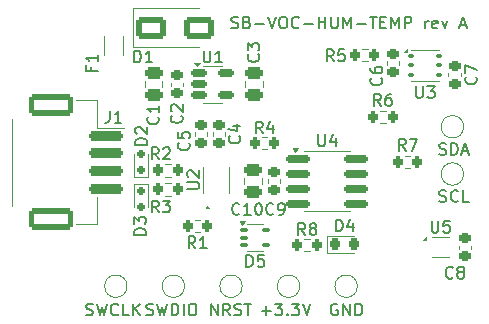
<source format=gbr>
G04 #@! TF.GenerationSoftware,KiCad,Pcbnew,8.0.2*
G04 #@! TF.CreationDate,2024-05-05T20:12:28+02:00*
G04 #@! TF.ProjectId,sensor_board_voc_temp,73656e73-6f72-45f6-926f-6172645f766f,A*
G04 #@! TF.SameCoordinates,Original*
G04 #@! TF.FileFunction,Legend,Top*
G04 #@! TF.FilePolarity,Positive*
%FSLAX46Y46*%
G04 Gerber Fmt 4.6, Leading zero omitted, Abs format (unit mm)*
G04 Created by KiCad (PCBNEW 8.0.2) date 2024-05-05 20:12:28*
%MOMM*%
%LPD*%
G01*
G04 APERTURE LIST*
G04 Aperture macros list*
%AMRoundRect*
0 Rectangle with rounded corners*
0 $1 Rounding radius*
0 $2 $3 $4 $5 $6 $7 $8 $9 X,Y pos of 4 corners*
0 Add a 4 corners polygon primitive as box body*
4,1,4,$2,$3,$4,$5,$6,$7,$8,$9,$2,$3,0*
0 Add four circle primitives for the rounded corners*
1,1,$1+$1,$2,$3*
1,1,$1+$1,$4,$5*
1,1,$1+$1,$6,$7*
1,1,$1+$1,$8,$9*
0 Add four rect primitives between the rounded corners*
20,1,$1+$1,$2,$3,$4,$5,0*
20,1,$1+$1,$4,$5,$6,$7,0*
20,1,$1+$1,$6,$7,$8,$9,0*
20,1,$1+$1,$8,$9,$2,$3,0*%
%AMOutline5P*
0 Free polygon, 5 corners , with rotation*
0 The origin of the aperture is its center*
0 number of corners: always 5*
0 $1 to $10 corner X, Y*
0 $11 Rotation angle, in degrees counterclockwise*
0 create outline with 5 corners*
4,1,5,$1,$2,$3,$4,$5,$6,$7,$8,$9,$10,$1,$2,$11*%
%AMOutline6P*
0 Free polygon, 6 corners , with rotation*
0 The origin of the aperture is its center*
0 number of corners: always 6*
0 $1 to $12 corner X, Y*
0 $13 Rotation angle, in degrees counterclockwise*
0 create outline with 6 corners*
4,1,6,$1,$2,$3,$4,$5,$6,$7,$8,$9,$10,$11,$12,$1,$2,$13*%
%AMOutline7P*
0 Free polygon, 7 corners , with rotation*
0 The origin of the aperture is its center*
0 number of corners: always 7*
0 $1 to $14 corner X, Y*
0 $15 Rotation angle, in degrees counterclockwise*
0 create outline with 7 corners*
4,1,7,$1,$2,$3,$4,$5,$6,$7,$8,$9,$10,$11,$12,$13,$14,$1,$2,$15*%
%AMOutline8P*
0 Free polygon, 8 corners , with rotation*
0 The origin of the aperture is its center*
0 number of corners: always 8*
0 $1 to $16 corner X, Y*
0 $17 Rotation angle, in degrees counterclockwise*
0 create outline with 8 corners*
4,1,8,$1,$2,$3,$4,$5,$6,$7,$8,$9,$10,$11,$12,$13,$14,$15,$16,$1,$2,$17*%
G04 Aperture macros list end*
%ADD10C,0.150000*%
%ADD11C,0.120000*%
%ADD12RoundRect,0.200000X-1.250000X0.200000X-1.250000X-0.200000X1.250000X-0.200000X1.250000X0.200000X0*%
%ADD13RoundRect,0.250000X-1.650000X0.650000X-1.650000X-0.650000X1.650000X-0.650000X1.650000X0.650000X0*%
%ADD14RoundRect,0.250000X-1.000000X-0.650000X1.000000X-0.650000X1.000000X0.650000X-1.000000X0.650000X0*%
%ADD15RoundRect,0.200000X-0.200000X-0.275000X0.200000X-0.275000X0.200000X0.275000X-0.200000X0.275000X0*%
%ADD16C,1.500000*%
%ADD17RoundRect,0.225000X0.250000X-0.225000X0.250000X0.225000X-0.250000X0.225000X-0.250000X-0.225000X0*%
%ADD18RoundRect,0.250000X-0.475000X0.250000X-0.475000X-0.250000X0.475000X-0.250000X0.475000X0.250000X0*%
%ADD19RoundRect,0.200000X0.200000X0.275000X-0.200000X0.275000X-0.200000X-0.275000X0.200000X-0.275000X0*%
%ADD20RoundRect,0.150000X0.200000X-0.150000X0.200000X0.150000X-0.200000X0.150000X-0.200000X-0.150000X0*%
%ADD21RoundRect,0.150000X-0.200000X0.150000X-0.200000X-0.150000X0.200000X-0.150000X0.200000X0.150000X0*%
%ADD22R,0.500000X0.300000*%
%ADD23RoundRect,0.218750X-0.218750X-0.256250X0.218750X-0.256250X0.218750X0.256250X-0.218750X0.256250X0*%
%ADD24R,1.600000X1.000000*%
%ADD25RoundRect,0.225000X-0.250000X0.225000X-0.250000X-0.225000X0.250000X-0.225000X0.250000X0.225000X0*%
%ADD26C,3.200000*%
%ADD27R,0.300000X0.800000*%
%ADD28RoundRect,0.150000X-0.825000X-0.150000X0.825000X-0.150000X0.825000X0.150000X-0.825000X0.150000X0*%
%ADD29RoundRect,0.100000X-0.175000X-0.100000X0.175000X-0.100000X0.175000X0.100000X-0.175000X0.100000X0*%
%ADD30Outline5P,-0.625000X0.550000X-0.325000X0.850000X0.625000X0.850000X0.625000X-0.850000X-0.625000X-0.850000X0.000000*%
%ADD31RoundRect,0.100000X-0.225000X-0.100000X0.225000X-0.100000X0.225000X0.100000X-0.225000X0.100000X0*%
%ADD32RoundRect,0.150000X-0.512500X-0.150000X0.512500X-0.150000X0.512500X0.150000X-0.512500X0.150000X0*%
G04 APERTURE END LIST*
D10*
X41589160Y-56422200D02*
X41732017Y-56469819D01*
X41732017Y-56469819D02*
X41970112Y-56469819D01*
X41970112Y-56469819D02*
X42065350Y-56422200D01*
X42065350Y-56422200D02*
X42112969Y-56374580D01*
X42112969Y-56374580D02*
X42160588Y-56279342D01*
X42160588Y-56279342D02*
X42160588Y-56184104D01*
X42160588Y-56184104D02*
X42112969Y-56088866D01*
X42112969Y-56088866D02*
X42065350Y-56041247D01*
X42065350Y-56041247D02*
X41970112Y-55993628D01*
X41970112Y-55993628D02*
X41779636Y-55946009D01*
X41779636Y-55946009D02*
X41684398Y-55898390D01*
X41684398Y-55898390D02*
X41636779Y-55850771D01*
X41636779Y-55850771D02*
X41589160Y-55755533D01*
X41589160Y-55755533D02*
X41589160Y-55660295D01*
X41589160Y-55660295D02*
X41636779Y-55565057D01*
X41636779Y-55565057D02*
X41684398Y-55517438D01*
X41684398Y-55517438D02*
X41779636Y-55469819D01*
X41779636Y-55469819D02*
X42017731Y-55469819D01*
X42017731Y-55469819D02*
X42160588Y-55517438D01*
X42493922Y-55469819D02*
X42732017Y-56469819D01*
X42732017Y-56469819D02*
X42922493Y-55755533D01*
X42922493Y-55755533D02*
X43112969Y-56469819D01*
X43112969Y-56469819D02*
X43351065Y-55469819D01*
X43732017Y-56469819D02*
X43732017Y-55469819D01*
X43732017Y-55469819D02*
X43970112Y-55469819D01*
X43970112Y-55469819D02*
X44112969Y-55517438D01*
X44112969Y-55517438D02*
X44208207Y-55612676D01*
X44208207Y-55612676D02*
X44255826Y-55707914D01*
X44255826Y-55707914D02*
X44303445Y-55898390D01*
X44303445Y-55898390D02*
X44303445Y-56041247D01*
X44303445Y-56041247D02*
X44255826Y-56231723D01*
X44255826Y-56231723D02*
X44208207Y-56326961D01*
X44208207Y-56326961D02*
X44112969Y-56422200D01*
X44112969Y-56422200D02*
X43970112Y-56469819D01*
X43970112Y-56469819D02*
X43732017Y-56469819D01*
X44732017Y-56469819D02*
X44732017Y-55469819D01*
X45398683Y-55469819D02*
X45589159Y-55469819D01*
X45589159Y-55469819D02*
X45684397Y-55517438D01*
X45684397Y-55517438D02*
X45779635Y-55612676D01*
X45779635Y-55612676D02*
X45827254Y-55803152D01*
X45827254Y-55803152D02*
X45827254Y-56136485D01*
X45827254Y-56136485D02*
X45779635Y-56326961D01*
X45779635Y-56326961D02*
X45684397Y-56422200D01*
X45684397Y-56422200D02*
X45589159Y-56469819D01*
X45589159Y-56469819D02*
X45398683Y-56469819D01*
X45398683Y-56469819D02*
X45303445Y-56422200D01*
X45303445Y-56422200D02*
X45208207Y-56326961D01*
X45208207Y-56326961D02*
X45160588Y-56136485D01*
X45160588Y-56136485D02*
X45160588Y-55803152D01*
X45160588Y-55803152D02*
X45208207Y-55612676D01*
X45208207Y-55612676D02*
X45303445Y-55517438D01*
X45303445Y-55517438D02*
X45398683Y-55469819D01*
X51336779Y-56088866D02*
X52098684Y-56088866D01*
X51717731Y-56469819D02*
X51717731Y-55707914D01*
X52479636Y-55469819D02*
X53098683Y-55469819D01*
X53098683Y-55469819D02*
X52765350Y-55850771D01*
X52765350Y-55850771D02*
X52908207Y-55850771D01*
X52908207Y-55850771D02*
X53003445Y-55898390D01*
X53003445Y-55898390D02*
X53051064Y-55946009D01*
X53051064Y-55946009D02*
X53098683Y-56041247D01*
X53098683Y-56041247D02*
X53098683Y-56279342D01*
X53098683Y-56279342D02*
X53051064Y-56374580D01*
X53051064Y-56374580D02*
X53003445Y-56422200D01*
X53003445Y-56422200D02*
X52908207Y-56469819D01*
X52908207Y-56469819D02*
X52622493Y-56469819D01*
X52622493Y-56469819D02*
X52527255Y-56422200D01*
X52527255Y-56422200D02*
X52479636Y-56374580D01*
X53527255Y-56374580D02*
X53574874Y-56422200D01*
X53574874Y-56422200D02*
X53527255Y-56469819D01*
X53527255Y-56469819D02*
X53479636Y-56422200D01*
X53479636Y-56422200D02*
X53527255Y-56374580D01*
X53527255Y-56374580D02*
X53527255Y-56469819D01*
X53908207Y-55469819D02*
X54527254Y-55469819D01*
X54527254Y-55469819D02*
X54193921Y-55850771D01*
X54193921Y-55850771D02*
X54336778Y-55850771D01*
X54336778Y-55850771D02*
X54432016Y-55898390D01*
X54432016Y-55898390D02*
X54479635Y-55946009D01*
X54479635Y-55946009D02*
X54527254Y-56041247D01*
X54527254Y-56041247D02*
X54527254Y-56279342D01*
X54527254Y-56279342D02*
X54479635Y-56374580D01*
X54479635Y-56374580D02*
X54432016Y-56422200D01*
X54432016Y-56422200D02*
X54336778Y-56469819D01*
X54336778Y-56469819D02*
X54051064Y-56469819D01*
X54051064Y-56469819D02*
X53955826Y-56422200D01*
X53955826Y-56422200D02*
X53908207Y-56374580D01*
X54812969Y-55469819D02*
X55146302Y-56469819D01*
X55146302Y-56469819D02*
X55479635Y-55469819D01*
X57760588Y-55517438D02*
X57665350Y-55469819D01*
X57665350Y-55469819D02*
X57522493Y-55469819D01*
X57522493Y-55469819D02*
X57379636Y-55517438D01*
X57379636Y-55517438D02*
X57284398Y-55612676D01*
X57284398Y-55612676D02*
X57236779Y-55707914D01*
X57236779Y-55707914D02*
X57189160Y-55898390D01*
X57189160Y-55898390D02*
X57189160Y-56041247D01*
X57189160Y-56041247D02*
X57236779Y-56231723D01*
X57236779Y-56231723D02*
X57284398Y-56326961D01*
X57284398Y-56326961D02*
X57379636Y-56422200D01*
X57379636Y-56422200D02*
X57522493Y-56469819D01*
X57522493Y-56469819D02*
X57617731Y-56469819D01*
X57617731Y-56469819D02*
X57760588Y-56422200D01*
X57760588Y-56422200D02*
X57808207Y-56374580D01*
X57808207Y-56374580D02*
X57808207Y-56041247D01*
X57808207Y-56041247D02*
X57617731Y-56041247D01*
X58236779Y-56469819D02*
X58236779Y-55469819D01*
X58236779Y-55469819D02*
X58808207Y-56469819D01*
X58808207Y-56469819D02*
X58808207Y-55469819D01*
X59284398Y-56469819D02*
X59284398Y-55469819D01*
X59284398Y-55469819D02*
X59522493Y-55469819D01*
X59522493Y-55469819D02*
X59665350Y-55517438D01*
X59665350Y-55517438D02*
X59760588Y-55612676D01*
X59760588Y-55612676D02*
X59808207Y-55707914D01*
X59808207Y-55707914D02*
X59855826Y-55898390D01*
X59855826Y-55898390D02*
X59855826Y-56041247D01*
X59855826Y-56041247D02*
X59808207Y-56231723D01*
X59808207Y-56231723D02*
X59760588Y-56326961D01*
X59760588Y-56326961D02*
X59665350Y-56422200D01*
X59665350Y-56422200D02*
X59522493Y-56469819D01*
X59522493Y-56469819D02*
X59284398Y-56469819D01*
X36489160Y-56422200D02*
X36632017Y-56469819D01*
X36632017Y-56469819D02*
X36870112Y-56469819D01*
X36870112Y-56469819D02*
X36965350Y-56422200D01*
X36965350Y-56422200D02*
X37012969Y-56374580D01*
X37012969Y-56374580D02*
X37060588Y-56279342D01*
X37060588Y-56279342D02*
X37060588Y-56184104D01*
X37060588Y-56184104D02*
X37012969Y-56088866D01*
X37012969Y-56088866D02*
X36965350Y-56041247D01*
X36965350Y-56041247D02*
X36870112Y-55993628D01*
X36870112Y-55993628D02*
X36679636Y-55946009D01*
X36679636Y-55946009D02*
X36584398Y-55898390D01*
X36584398Y-55898390D02*
X36536779Y-55850771D01*
X36536779Y-55850771D02*
X36489160Y-55755533D01*
X36489160Y-55755533D02*
X36489160Y-55660295D01*
X36489160Y-55660295D02*
X36536779Y-55565057D01*
X36536779Y-55565057D02*
X36584398Y-55517438D01*
X36584398Y-55517438D02*
X36679636Y-55469819D01*
X36679636Y-55469819D02*
X36917731Y-55469819D01*
X36917731Y-55469819D02*
X37060588Y-55517438D01*
X37393922Y-55469819D02*
X37632017Y-56469819D01*
X37632017Y-56469819D02*
X37822493Y-55755533D01*
X37822493Y-55755533D02*
X38012969Y-56469819D01*
X38012969Y-56469819D02*
X38251065Y-55469819D01*
X39203445Y-56374580D02*
X39155826Y-56422200D01*
X39155826Y-56422200D02*
X39012969Y-56469819D01*
X39012969Y-56469819D02*
X38917731Y-56469819D01*
X38917731Y-56469819D02*
X38774874Y-56422200D01*
X38774874Y-56422200D02*
X38679636Y-56326961D01*
X38679636Y-56326961D02*
X38632017Y-56231723D01*
X38632017Y-56231723D02*
X38584398Y-56041247D01*
X38584398Y-56041247D02*
X38584398Y-55898390D01*
X38584398Y-55898390D02*
X38632017Y-55707914D01*
X38632017Y-55707914D02*
X38679636Y-55612676D01*
X38679636Y-55612676D02*
X38774874Y-55517438D01*
X38774874Y-55517438D02*
X38917731Y-55469819D01*
X38917731Y-55469819D02*
X39012969Y-55469819D01*
X39012969Y-55469819D02*
X39155826Y-55517438D01*
X39155826Y-55517438D02*
X39203445Y-55565057D01*
X40108207Y-56469819D02*
X39632017Y-56469819D01*
X39632017Y-56469819D02*
X39632017Y-55469819D01*
X40441541Y-56469819D02*
X40441541Y-55469819D01*
X41012969Y-56469819D02*
X40584398Y-55898390D01*
X41012969Y-55469819D02*
X40441541Y-56041247D01*
X66389160Y-46822200D02*
X66532017Y-46869819D01*
X66532017Y-46869819D02*
X66770112Y-46869819D01*
X66770112Y-46869819D02*
X66865350Y-46822200D01*
X66865350Y-46822200D02*
X66912969Y-46774580D01*
X66912969Y-46774580D02*
X66960588Y-46679342D01*
X66960588Y-46679342D02*
X66960588Y-46584104D01*
X66960588Y-46584104D02*
X66912969Y-46488866D01*
X66912969Y-46488866D02*
X66865350Y-46441247D01*
X66865350Y-46441247D02*
X66770112Y-46393628D01*
X66770112Y-46393628D02*
X66579636Y-46346009D01*
X66579636Y-46346009D02*
X66484398Y-46298390D01*
X66484398Y-46298390D02*
X66436779Y-46250771D01*
X66436779Y-46250771D02*
X66389160Y-46155533D01*
X66389160Y-46155533D02*
X66389160Y-46060295D01*
X66389160Y-46060295D02*
X66436779Y-45965057D01*
X66436779Y-45965057D02*
X66484398Y-45917438D01*
X66484398Y-45917438D02*
X66579636Y-45869819D01*
X66579636Y-45869819D02*
X66817731Y-45869819D01*
X66817731Y-45869819D02*
X66960588Y-45917438D01*
X67960588Y-46774580D02*
X67912969Y-46822200D01*
X67912969Y-46822200D02*
X67770112Y-46869819D01*
X67770112Y-46869819D02*
X67674874Y-46869819D01*
X67674874Y-46869819D02*
X67532017Y-46822200D01*
X67532017Y-46822200D02*
X67436779Y-46726961D01*
X67436779Y-46726961D02*
X67389160Y-46631723D01*
X67389160Y-46631723D02*
X67341541Y-46441247D01*
X67341541Y-46441247D02*
X67341541Y-46298390D01*
X67341541Y-46298390D02*
X67389160Y-46107914D01*
X67389160Y-46107914D02*
X67436779Y-46012676D01*
X67436779Y-46012676D02*
X67532017Y-45917438D01*
X67532017Y-45917438D02*
X67674874Y-45869819D01*
X67674874Y-45869819D02*
X67770112Y-45869819D01*
X67770112Y-45869819D02*
X67912969Y-45917438D01*
X67912969Y-45917438D02*
X67960588Y-45965057D01*
X68865350Y-46869819D02*
X68389160Y-46869819D01*
X68389160Y-46869819D02*
X68389160Y-45869819D01*
X66389160Y-42822200D02*
X66532017Y-42869819D01*
X66532017Y-42869819D02*
X66770112Y-42869819D01*
X66770112Y-42869819D02*
X66865350Y-42822200D01*
X66865350Y-42822200D02*
X66912969Y-42774580D01*
X66912969Y-42774580D02*
X66960588Y-42679342D01*
X66960588Y-42679342D02*
X66960588Y-42584104D01*
X66960588Y-42584104D02*
X66912969Y-42488866D01*
X66912969Y-42488866D02*
X66865350Y-42441247D01*
X66865350Y-42441247D02*
X66770112Y-42393628D01*
X66770112Y-42393628D02*
X66579636Y-42346009D01*
X66579636Y-42346009D02*
X66484398Y-42298390D01*
X66484398Y-42298390D02*
X66436779Y-42250771D01*
X66436779Y-42250771D02*
X66389160Y-42155533D01*
X66389160Y-42155533D02*
X66389160Y-42060295D01*
X66389160Y-42060295D02*
X66436779Y-41965057D01*
X66436779Y-41965057D02*
X66484398Y-41917438D01*
X66484398Y-41917438D02*
X66579636Y-41869819D01*
X66579636Y-41869819D02*
X66817731Y-41869819D01*
X66817731Y-41869819D02*
X66960588Y-41917438D01*
X67389160Y-42869819D02*
X67389160Y-41869819D01*
X67389160Y-41869819D02*
X67627255Y-41869819D01*
X67627255Y-41869819D02*
X67770112Y-41917438D01*
X67770112Y-41917438D02*
X67865350Y-42012676D01*
X67865350Y-42012676D02*
X67912969Y-42107914D01*
X67912969Y-42107914D02*
X67960588Y-42298390D01*
X67960588Y-42298390D02*
X67960588Y-42441247D01*
X67960588Y-42441247D02*
X67912969Y-42631723D01*
X67912969Y-42631723D02*
X67865350Y-42726961D01*
X67865350Y-42726961D02*
X67770112Y-42822200D01*
X67770112Y-42822200D02*
X67627255Y-42869819D01*
X67627255Y-42869819D02*
X67389160Y-42869819D01*
X68341541Y-42584104D02*
X68817731Y-42584104D01*
X68246303Y-42869819D02*
X68579636Y-41869819D01*
X68579636Y-41869819D02*
X68912969Y-42869819D01*
X48789160Y-32122200D02*
X48932017Y-32169819D01*
X48932017Y-32169819D02*
X49170112Y-32169819D01*
X49170112Y-32169819D02*
X49265350Y-32122200D01*
X49265350Y-32122200D02*
X49312969Y-32074580D01*
X49312969Y-32074580D02*
X49360588Y-31979342D01*
X49360588Y-31979342D02*
X49360588Y-31884104D01*
X49360588Y-31884104D02*
X49312969Y-31788866D01*
X49312969Y-31788866D02*
X49265350Y-31741247D01*
X49265350Y-31741247D02*
X49170112Y-31693628D01*
X49170112Y-31693628D02*
X48979636Y-31646009D01*
X48979636Y-31646009D02*
X48884398Y-31598390D01*
X48884398Y-31598390D02*
X48836779Y-31550771D01*
X48836779Y-31550771D02*
X48789160Y-31455533D01*
X48789160Y-31455533D02*
X48789160Y-31360295D01*
X48789160Y-31360295D02*
X48836779Y-31265057D01*
X48836779Y-31265057D02*
X48884398Y-31217438D01*
X48884398Y-31217438D02*
X48979636Y-31169819D01*
X48979636Y-31169819D02*
X49217731Y-31169819D01*
X49217731Y-31169819D02*
X49360588Y-31217438D01*
X50122493Y-31646009D02*
X50265350Y-31693628D01*
X50265350Y-31693628D02*
X50312969Y-31741247D01*
X50312969Y-31741247D02*
X50360588Y-31836485D01*
X50360588Y-31836485D02*
X50360588Y-31979342D01*
X50360588Y-31979342D02*
X50312969Y-32074580D01*
X50312969Y-32074580D02*
X50265350Y-32122200D01*
X50265350Y-32122200D02*
X50170112Y-32169819D01*
X50170112Y-32169819D02*
X49789160Y-32169819D01*
X49789160Y-32169819D02*
X49789160Y-31169819D01*
X49789160Y-31169819D02*
X50122493Y-31169819D01*
X50122493Y-31169819D02*
X50217731Y-31217438D01*
X50217731Y-31217438D02*
X50265350Y-31265057D01*
X50265350Y-31265057D02*
X50312969Y-31360295D01*
X50312969Y-31360295D02*
X50312969Y-31455533D01*
X50312969Y-31455533D02*
X50265350Y-31550771D01*
X50265350Y-31550771D02*
X50217731Y-31598390D01*
X50217731Y-31598390D02*
X50122493Y-31646009D01*
X50122493Y-31646009D02*
X49789160Y-31646009D01*
X50789160Y-31788866D02*
X51551065Y-31788866D01*
X51884398Y-31169819D02*
X52217731Y-32169819D01*
X52217731Y-32169819D02*
X52551064Y-31169819D01*
X53074874Y-31169819D02*
X53265350Y-31169819D01*
X53265350Y-31169819D02*
X53360588Y-31217438D01*
X53360588Y-31217438D02*
X53455826Y-31312676D01*
X53455826Y-31312676D02*
X53503445Y-31503152D01*
X53503445Y-31503152D02*
X53503445Y-31836485D01*
X53503445Y-31836485D02*
X53455826Y-32026961D01*
X53455826Y-32026961D02*
X53360588Y-32122200D01*
X53360588Y-32122200D02*
X53265350Y-32169819D01*
X53265350Y-32169819D02*
X53074874Y-32169819D01*
X53074874Y-32169819D02*
X52979636Y-32122200D01*
X52979636Y-32122200D02*
X52884398Y-32026961D01*
X52884398Y-32026961D02*
X52836779Y-31836485D01*
X52836779Y-31836485D02*
X52836779Y-31503152D01*
X52836779Y-31503152D02*
X52884398Y-31312676D01*
X52884398Y-31312676D02*
X52979636Y-31217438D01*
X52979636Y-31217438D02*
X53074874Y-31169819D01*
X54503445Y-32074580D02*
X54455826Y-32122200D01*
X54455826Y-32122200D02*
X54312969Y-32169819D01*
X54312969Y-32169819D02*
X54217731Y-32169819D01*
X54217731Y-32169819D02*
X54074874Y-32122200D01*
X54074874Y-32122200D02*
X53979636Y-32026961D01*
X53979636Y-32026961D02*
X53932017Y-31931723D01*
X53932017Y-31931723D02*
X53884398Y-31741247D01*
X53884398Y-31741247D02*
X53884398Y-31598390D01*
X53884398Y-31598390D02*
X53932017Y-31407914D01*
X53932017Y-31407914D02*
X53979636Y-31312676D01*
X53979636Y-31312676D02*
X54074874Y-31217438D01*
X54074874Y-31217438D02*
X54217731Y-31169819D01*
X54217731Y-31169819D02*
X54312969Y-31169819D01*
X54312969Y-31169819D02*
X54455826Y-31217438D01*
X54455826Y-31217438D02*
X54503445Y-31265057D01*
X54932017Y-31788866D02*
X55693922Y-31788866D01*
X56170112Y-32169819D02*
X56170112Y-31169819D01*
X56170112Y-31646009D02*
X56741540Y-31646009D01*
X56741540Y-32169819D02*
X56741540Y-31169819D01*
X57217731Y-31169819D02*
X57217731Y-31979342D01*
X57217731Y-31979342D02*
X57265350Y-32074580D01*
X57265350Y-32074580D02*
X57312969Y-32122200D01*
X57312969Y-32122200D02*
X57408207Y-32169819D01*
X57408207Y-32169819D02*
X57598683Y-32169819D01*
X57598683Y-32169819D02*
X57693921Y-32122200D01*
X57693921Y-32122200D02*
X57741540Y-32074580D01*
X57741540Y-32074580D02*
X57789159Y-31979342D01*
X57789159Y-31979342D02*
X57789159Y-31169819D01*
X58265350Y-32169819D02*
X58265350Y-31169819D01*
X58265350Y-31169819D02*
X58598683Y-31884104D01*
X58598683Y-31884104D02*
X58932016Y-31169819D01*
X58932016Y-31169819D02*
X58932016Y-32169819D01*
X59408207Y-31788866D02*
X60170112Y-31788866D01*
X60503445Y-31169819D02*
X61074873Y-31169819D01*
X60789159Y-32169819D02*
X60789159Y-31169819D01*
X61408207Y-31646009D02*
X61741540Y-31646009D01*
X61884397Y-32169819D02*
X61408207Y-32169819D01*
X61408207Y-32169819D02*
X61408207Y-31169819D01*
X61408207Y-31169819D02*
X61884397Y-31169819D01*
X62312969Y-32169819D02*
X62312969Y-31169819D01*
X62312969Y-31169819D02*
X62646302Y-31884104D01*
X62646302Y-31884104D02*
X62979635Y-31169819D01*
X62979635Y-31169819D02*
X62979635Y-32169819D01*
X63455826Y-32169819D02*
X63455826Y-31169819D01*
X63455826Y-31169819D02*
X63836778Y-31169819D01*
X63836778Y-31169819D02*
X63932016Y-31217438D01*
X63932016Y-31217438D02*
X63979635Y-31265057D01*
X63979635Y-31265057D02*
X64027254Y-31360295D01*
X64027254Y-31360295D02*
X64027254Y-31503152D01*
X64027254Y-31503152D02*
X63979635Y-31598390D01*
X63979635Y-31598390D02*
X63932016Y-31646009D01*
X63932016Y-31646009D02*
X63836778Y-31693628D01*
X63836778Y-31693628D02*
X63455826Y-31693628D01*
X65217731Y-32169819D02*
X65217731Y-31503152D01*
X65217731Y-31693628D02*
X65265350Y-31598390D01*
X65265350Y-31598390D02*
X65312969Y-31550771D01*
X65312969Y-31550771D02*
X65408207Y-31503152D01*
X65408207Y-31503152D02*
X65503445Y-31503152D01*
X66217731Y-32122200D02*
X66122493Y-32169819D01*
X66122493Y-32169819D02*
X65932017Y-32169819D01*
X65932017Y-32169819D02*
X65836779Y-32122200D01*
X65836779Y-32122200D02*
X65789160Y-32026961D01*
X65789160Y-32026961D02*
X65789160Y-31646009D01*
X65789160Y-31646009D02*
X65836779Y-31550771D01*
X65836779Y-31550771D02*
X65932017Y-31503152D01*
X65932017Y-31503152D02*
X66122493Y-31503152D01*
X66122493Y-31503152D02*
X66217731Y-31550771D01*
X66217731Y-31550771D02*
X66265350Y-31646009D01*
X66265350Y-31646009D02*
X66265350Y-31741247D01*
X66265350Y-31741247D02*
X65789160Y-31836485D01*
X66598684Y-31503152D02*
X66836779Y-32169819D01*
X66836779Y-32169819D02*
X67074874Y-31503152D01*
X68170113Y-31884104D02*
X68646303Y-31884104D01*
X68074875Y-32169819D02*
X68408208Y-31169819D01*
X68408208Y-31169819D02*
X68741541Y-32169819D01*
X47036779Y-56469819D02*
X47036779Y-55469819D01*
X47036779Y-55469819D02*
X47608207Y-56469819D01*
X47608207Y-56469819D02*
X47608207Y-55469819D01*
X48655826Y-56469819D02*
X48322493Y-55993628D01*
X48084398Y-56469819D02*
X48084398Y-55469819D01*
X48084398Y-55469819D02*
X48465350Y-55469819D01*
X48465350Y-55469819D02*
X48560588Y-55517438D01*
X48560588Y-55517438D02*
X48608207Y-55565057D01*
X48608207Y-55565057D02*
X48655826Y-55660295D01*
X48655826Y-55660295D02*
X48655826Y-55803152D01*
X48655826Y-55803152D02*
X48608207Y-55898390D01*
X48608207Y-55898390D02*
X48560588Y-55946009D01*
X48560588Y-55946009D02*
X48465350Y-55993628D01*
X48465350Y-55993628D02*
X48084398Y-55993628D01*
X49036779Y-56422200D02*
X49179636Y-56469819D01*
X49179636Y-56469819D02*
X49417731Y-56469819D01*
X49417731Y-56469819D02*
X49512969Y-56422200D01*
X49512969Y-56422200D02*
X49560588Y-56374580D01*
X49560588Y-56374580D02*
X49608207Y-56279342D01*
X49608207Y-56279342D02*
X49608207Y-56184104D01*
X49608207Y-56184104D02*
X49560588Y-56088866D01*
X49560588Y-56088866D02*
X49512969Y-56041247D01*
X49512969Y-56041247D02*
X49417731Y-55993628D01*
X49417731Y-55993628D02*
X49227255Y-55946009D01*
X49227255Y-55946009D02*
X49132017Y-55898390D01*
X49132017Y-55898390D02*
X49084398Y-55850771D01*
X49084398Y-55850771D02*
X49036779Y-55755533D01*
X49036779Y-55755533D02*
X49036779Y-55660295D01*
X49036779Y-55660295D02*
X49084398Y-55565057D01*
X49084398Y-55565057D02*
X49132017Y-55517438D01*
X49132017Y-55517438D02*
X49227255Y-55469819D01*
X49227255Y-55469819D02*
X49465350Y-55469819D01*
X49465350Y-55469819D02*
X49608207Y-55517438D01*
X49893922Y-55469819D02*
X50465350Y-55469819D01*
X50179636Y-56469819D02*
X50179636Y-55469819D01*
X38466666Y-39154819D02*
X38466666Y-39869104D01*
X38466666Y-39869104D02*
X38419047Y-40011961D01*
X38419047Y-40011961D02*
X38323809Y-40107200D01*
X38323809Y-40107200D02*
X38180952Y-40154819D01*
X38180952Y-40154819D02*
X38085714Y-40154819D01*
X39466666Y-40154819D02*
X38895238Y-40154819D01*
X39180952Y-40154819D02*
X39180952Y-39154819D01*
X39180952Y-39154819D02*
X39085714Y-39297676D01*
X39085714Y-39297676D02*
X38990476Y-39392914D01*
X38990476Y-39392914D02*
X38895238Y-39440533D01*
X40561905Y-35054819D02*
X40561905Y-34054819D01*
X40561905Y-34054819D02*
X40800000Y-34054819D01*
X40800000Y-34054819D02*
X40942857Y-34102438D01*
X40942857Y-34102438D02*
X41038095Y-34197676D01*
X41038095Y-34197676D02*
X41085714Y-34292914D01*
X41085714Y-34292914D02*
X41133333Y-34483390D01*
X41133333Y-34483390D02*
X41133333Y-34626247D01*
X41133333Y-34626247D02*
X41085714Y-34816723D01*
X41085714Y-34816723D02*
X41038095Y-34911961D01*
X41038095Y-34911961D02*
X40942857Y-35007200D01*
X40942857Y-35007200D02*
X40800000Y-35054819D01*
X40800000Y-35054819D02*
X40561905Y-35054819D01*
X42085714Y-35054819D02*
X41514286Y-35054819D01*
X41800000Y-35054819D02*
X41800000Y-34054819D01*
X41800000Y-34054819D02*
X41704762Y-34197676D01*
X41704762Y-34197676D02*
X41609524Y-34292914D01*
X41609524Y-34292914D02*
X41514286Y-34340533D01*
X42633333Y-47754819D02*
X42300000Y-47278628D01*
X42061905Y-47754819D02*
X42061905Y-46754819D01*
X42061905Y-46754819D02*
X42442857Y-46754819D01*
X42442857Y-46754819D02*
X42538095Y-46802438D01*
X42538095Y-46802438D02*
X42585714Y-46850057D01*
X42585714Y-46850057D02*
X42633333Y-46945295D01*
X42633333Y-46945295D02*
X42633333Y-47088152D01*
X42633333Y-47088152D02*
X42585714Y-47183390D01*
X42585714Y-47183390D02*
X42538095Y-47231009D01*
X42538095Y-47231009D02*
X42442857Y-47278628D01*
X42442857Y-47278628D02*
X42061905Y-47278628D01*
X42966667Y-46754819D02*
X43585714Y-46754819D01*
X43585714Y-46754819D02*
X43252381Y-47135771D01*
X43252381Y-47135771D02*
X43395238Y-47135771D01*
X43395238Y-47135771D02*
X43490476Y-47183390D01*
X43490476Y-47183390D02*
X43538095Y-47231009D01*
X43538095Y-47231009D02*
X43585714Y-47326247D01*
X43585714Y-47326247D02*
X43585714Y-47564342D01*
X43585714Y-47564342D02*
X43538095Y-47659580D01*
X43538095Y-47659580D02*
X43490476Y-47707200D01*
X43490476Y-47707200D02*
X43395238Y-47754819D01*
X43395238Y-47754819D02*
X43109524Y-47754819D01*
X43109524Y-47754819D02*
X43014286Y-47707200D01*
X43014286Y-47707200D02*
X42966667Y-47659580D01*
X49459580Y-41266666D02*
X49507200Y-41314285D01*
X49507200Y-41314285D02*
X49554819Y-41457142D01*
X49554819Y-41457142D02*
X49554819Y-41552380D01*
X49554819Y-41552380D02*
X49507200Y-41695237D01*
X49507200Y-41695237D02*
X49411961Y-41790475D01*
X49411961Y-41790475D02*
X49316723Y-41838094D01*
X49316723Y-41838094D02*
X49126247Y-41885713D01*
X49126247Y-41885713D02*
X48983390Y-41885713D01*
X48983390Y-41885713D02*
X48792914Y-41838094D01*
X48792914Y-41838094D02*
X48697676Y-41790475D01*
X48697676Y-41790475D02*
X48602438Y-41695237D01*
X48602438Y-41695237D02*
X48554819Y-41552380D01*
X48554819Y-41552380D02*
X48554819Y-41457142D01*
X48554819Y-41457142D02*
X48602438Y-41314285D01*
X48602438Y-41314285D02*
X48650057Y-41266666D01*
X48888152Y-40409523D02*
X49554819Y-40409523D01*
X48507200Y-40647618D02*
X49221485Y-40885713D01*
X49221485Y-40885713D02*
X49221485Y-40266666D01*
X42559580Y-39666666D02*
X42607200Y-39714285D01*
X42607200Y-39714285D02*
X42654819Y-39857142D01*
X42654819Y-39857142D02*
X42654819Y-39952380D01*
X42654819Y-39952380D02*
X42607200Y-40095237D01*
X42607200Y-40095237D02*
X42511961Y-40190475D01*
X42511961Y-40190475D02*
X42416723Y-40238094D01*
X42416723Y-40238094D02*
X42226247Y-40285713D01*
X42226247Y-40285713D02*
X42083390Y-40285713D01*
X42083390Y-40285713D02*
X41892914Y-40238094D01*
X41892914Y-40238094D02*
X41797676Y-40190475D01*
X41797676Y-40190475D02*
X41702438Y-40095237D01*
X41702438Y-40095237D02*
X41654819Y-39952380D01*
X41654819Y-39952380D02*
X41654819Y-39857142D01*
X41654819Y-39857142D02*
X41702438Y-39714285D01*
X41702438Y-39714285D02*
X41750057Y-39666666D01*
X42654819Y-38714285D02*
X42654819Y-39285713D01*
X42654819Y-38999999D02*
X41654819Y-38999999D01*
X41654819Y-38999999D02*
X41797676Y-39095237D01*
X41797676Y-39095237D02*
X41892914Y-39190475D01*
X41892914Y-39190475D02*
X41940533Y-39285713D01*
X57433333Y-34954819D02*
X57100000Y-34478628D01*
X56861905Y-34954819D02*
X56861905Y-33954819D01*
X56861905Y-33954819D02*
X57242857Y-33954819D01*
X57242857Y-33954819D02*
X57338095Y-34002438D01*
X57338095Y-34002438D02*
X57385714Y-34050057D01*
X57385714Y-34050057D02*
X57433333Y-34145295D01*
X57433333Y-34145295D02*
X57433333Y-34288152D01*
X57433333Y-34288152D02*
X57385714Y-34383390D01*
X57385714Y-34383390D02*
X57338095Y-34431009D01*
X57338095Y-34431009D02*
X57242857Y-34478628D01*
X57242857Y-34478628D02*
X56861905Y-34478628D01*
X58338095Y-33954819D02*
X57861905Y-33954819D01*
X57861905Y-33954819D02*
X57814286Y-34431009D01*
X57814286Y-34431009D02*
X57861905Y-34383390D01*
X57861905Y-34383390D02*
X57957143Y-34335771D01*
X57957143Y-34335771D02*
X58195238Y-34335771D01*
X58195238Y-34335771D02*
X58290476Y-34383390D01*
X58290476Y-34383390D02*
X58338095Y-34431009D01*
X58338095Y-34431009D02*
X58385714Y-34526247D01*
X58385714Y-34526247D02*
X58385714Y-34764342D01*
X58385714Y-34764342D02*
X58338095Y-34859580D01*
X58338095Y-34859580D02*
X58290476Y-34907200D01*
X58290476Y-34907200D02*
X58195238Y-34954819D01*
X58195238Y-34954819D02*
X57957143Y-34954819D01*
X57957143Y-34954819D02*
X57861905Y-34907200D01*
X57861905Y-34907200D02*
X57814286Y-34859580D01*
X42633333Y-43254819D02*
X42300000Y-42778628D01*
X42061905Y-43254819D02*
X42061905Y-42254819D01*
X42061905Y-42254819D02*
X42442857Y-42254819D01*
X42442857Y-42254819D02*
X42538095Y-42302438D01*
X42538095Y-42302438D02*
X42585714Y-42350057D01*
X42585714Y-42350057D02*
X42633333Y-42445295D01*
X42633333Y-42445295D02*
X42633333Y-42588152D01*
X42633333Y-42588152D02*
X42585714Y-42683390D01*
X42585714Y-42683390D02*
X42538095Y-42731009D01*
X42538095Y-42731009D02*
X42442857Y-42778628D01*
X42442857Y-42778628D02*
X42061905Y-42778628D01*
X43014286Y-42350057D02*
X43061905Y-42302438D01*
X43061905Y-42302438D02*
X43157143Y-42254819D01*
X43157143Y-42254819D02*
X43395238Y-42254819D01*
X43395238Y-42254819D02*
X43490476Y-42302438D01*
X43490476Y-42302438D02*
X43538095Y-42350057D01*
X43538095Y-42350057D02*
X43585714Y-42445295D01*
X43585714Y-42445295D02*
X43585714Y-42540533D01*
X43585714Y-42540533D02*
X43538095Y-42683390D01*
X43538095Y-42683390D02*
X42966667Y-43254819D01*
X42966667Y-43254819D02*
X43585714Y-43254819D01*
X55033333Y-49654819D02*
X54700000Y-49178628D01*
X54461905Y-49654819D02*
X54461905Y-48654819D01*
X54461905Y-48654819D02*
X54842857Y-48654819D01*
X54842857Y-48654819D02*
X54938095Y-48702438D01*
X54938095Y-48702438D02*
X54985714Y-48750057D01*
X54985714Y-48750057D02*
X55033333Y-48845295D01*
X55033333Y-48845295D02*
X55033333Y-48988152D01*
X55033333Y-48988152D02*
X54985714Y-49083390D01*
X54985714Y-49083390D02*
X54938095Y-49131009D01*
X54938095Y-49131009D02*
X54842857Y-49178628D01*
X54842857Y-49178628D02*
X54461905Y-49178628D01*
X55604762Y-49083390D02*
X55509524Y-49035771D01*
X55509524Y-49035771D02*
X55461905Y-48988152D01*
X55461905Y-48988152D02*
X55414286Y-48892914D01*
X55414286Y-48892914D02*
X55414286Y-48845295D01*
X55414286Y-48845295D02*
X55461905Y-48750057D01*
X55461905Y-48750057D02*
X55509524Y-48702438D01*
X55509524Y-48702438D02*
X55604762Y-48654819D01*
X55604762Y-48654819D02*
X55795238Y-48654819D01*
X55795238Y-48654819D02*
X55890476Y-48702438D01*
X55890476Y-48702438D02*
X55938095Y-48750057D01*
X55938095Y-48750057D02*
X55985714Y-48845295D01*
X55985714Y-48845295D02*
X55985714Y-48892914D01*
X55985714Y-48892914D02*
X55938095Y-48988152D01*
X55938095Y-48988152D02*
X55890476Y-49035771D01*
X55890476Y-49035771D02*
X55795238Y-49083390D01*
X55795238Y-49083390D02*
X55604762Y-49083390D01*
X55604762Y-49083390D02*
X55509524Y-49131009D01*
X55509524Y-49131009D02*
X55461905Y-49178628D01*
X55461905Y-49178628D02*
X55414286Y-49273866D01*
X55414286Y-49273866D02*
X55414286Y-49464342D01*
X55414286Y-49464342D02*
X55461905Y-49559580D01*
X55461905Y-49559580D02*
X55509524Y-49607200D01*
X55509524Y-49607200D02*
X55604762Y-49654819D01*
X55604762Y-49654819D02*
X55795238Y-49654819D01*
X55795238Y-49654819D02*
X55890476Y-49607200D01*
X55890476Y-49607200D02*
X55938095Y-49559580D01*
X55938095Y-49559580D02*
X55985714Y-49464342D01*
X55985714Y-49464342D02*
X55985714Y-49273866D01*
X55985714Y-49273866D02*
X55938095Y-49178628D01*
X55938095Y-49178628D02*
X55890476Y-49131009D01*
X55890476Y-49131009D02*
X55795238Y-49083390D01*
X41554819Y-49638094D02*
X40554819Y-49638094D01*
X40554819Y-49638094D02*
X40554819Y-49399999D01*
X40554819Y-49399999D02*
X40602438Y-49257142D01*
X40602438Y-49257142D02*
X40697676Y-49161904D01*
X40697676Y-49161904D02*
X40792914Y-49114285D01*
X40792914Y-49114285D02*
X40983390Y-49066666D01*
X40983390Y-49066666D02*
X41126247Y-49066666D01*
X41126247Y-49066666D02*
X41316723Y-49114285D01*
X41316723Y-49114285D02*
X41411961Y-49161904D01*
X41411961Y-49161904D02*
X41507200Y-49257142D01*
X41507200Y-49257142D02*
X41554819Y-49399999D01*
X41554819Y-49399999D02*
X41554819Y-49638094D01*
X40554819Y-48733332D02*
X40554819Y-48114285D01*
X40554819Y-48114285D02*
X40935771Y-48447618D01*
X40935771Y-48447618D02*
X40935771Y-48304761D01*
X40935771Y-48304761D02*
X40983390Y-48209523D01*
X40983390Y-48209523D02*
X41031009Y-48161904D01*
X41031009Y-48161904D02*
X41126247Y-48114285D01*
X41126247Y-48114285D02*
X41364342Y-48114285D01*
X41364342Y-48114285D02*
X41459580Y-48161904D01*
X41459580Y-48161904D02*
X41507200Y-48209523D01*
X41507200Y-48209523D02*
X41554819Y-48304761D01*
X41554819Y-48304761D02*
X41554819Y-48590475D01*
X41554819Y-48590475D02*
X41507200Y-48685713D01*
X41507200Y-48685713D02*
X41459580Y-48733332D01*
X41654819Y-42038094D02*
X40654819Y-42038094D01*
X40654819Y-42038094D02*
X40654819Y-41799999D01*
X40654819Y-41799999D02*
X40702438Y-41657142D01*
X40702438Y-41657142D02*
X40797676Y-41561904D01*
X40797676Y-41561904D02*
X40892914Y-41514285D01*
X40892914Y-41514285D02*
X41083390Y-41466666D01*
X41083390Y-41466666D02*
X41226247Y-41466666D01*
X41226247Y-41466666D02*
X41416723Y-41514285D01*
X41416723Y-41514285D02*
X41511961Y-41561904D01*
X41511961Y-41561904D02*
X41607200Y-41657142D01*
X41607200Y-41657142D02*
X41654819Y-41799999D01*
X41654819Y-41799999D02*
X41654819Y-42038094D01*
X40750057Y-41085713D02*
X40702438Y-41038094D01*
X40702438Y-41038094D02*
X40654819Y-40942856D01*
X40654819Y-40942856D02*
X40654819Y-40704761D01*
X40654819Y-40704761D02*
X40702438Y-40609523D01*
X40702438Y-40609523D02*
X40750057Y-40561904D01*
X40750057Y-40561904D02*
X40845295Y-40514285D01*
X40845295Y-40514285D02*
X40940533Y-40514285D01*
X40940533Y-40514285D02*
X41083390Y-40561904D01*
X41083390Y-40561904D02*
X41654819Y-41133332D01*
X41654819Y-41133332D02*
X41654819Y-40514285D01*
X45159580Y-41866666D02*
X45207200Y-41914285D01*
X45207200Y-41914285D02*
X45254819Y-42057142D01*
X45254819Y-42057142D02*
X45254819Y-42152380D01*
X45254819Y-42152380D02*
X45207200Y-42295237D01*
X45207200Y-42295237D02*
X45111961Y-42390475D01*
X45111961Y-42390475D02*
X45016723Y-42438094D01*
X45016723Y-42438094D02*
X44826247Y-42485713D01*
X44826247Y-42485713D02*
X44683390Y-42485713D01*
X44683390Y-42485713D02*
X44492914Y-42438094D01*
X44492914Y-42438094D02*
X44397676Y-42390475D01*
X44397676Y-42390475D02*
X44302438Y-42295237D01*
X44302438Y-42295237D02*
X44254819Y-42152380D01*
X44254819Y-42152380D02*
X44254819Y-42057142D01*
X44254819Y-42057142D02*
X44302438Y-41914285D01*
X44302438Y-41914285D02*
X44350057Y-41866666D01*
X44254819Y-40961904D02*
X44254819Y-41438094D01*
X44254819Y-41438094D02*
X44731009Y-41485713D01*
X44731009Y-41485713D02*
X44683390Y-41438094D01*
X44683390Y-41438094D02*
X44635771Y-41342856D01*
X44635771Y-41342856D02*
X44635771Y-41104761D01*
X44635771Y-41104761D02*
X44683390Y-41009523D01*
X44683390Y-41009523D02*
X44731009Y-40961904D01*
X44731009Y-40961904D02*
X44826247Y-40914285D01*
X44826247Y-40914285D02*
X45064342Y-40914285D01*
X45064342Y-40914285D02*
X45159580Y-40961904D01*
X45159580Y-40961904D02*
X45207200Y-41009523D01*
X45207200Y-41009523D02*
X45254819Y-41104761D01*
X45254819Y-41104761D02*
X45254819Y-41342856D01*
X45254819Y-41342856D02*
X45207200Y-41438094D01*
X45207200Y-41438094D02*
X45159580Y-41485713D01*
X67533333Y-53259580D02*
X67485714Y-53307200D01*
X67485714Y-53307200D02*
X67342857Y-53354819D01*
X67342857Y-53354819D02*
X67247619Y-53354819D01*
X67247619Y-53354819D02*
X67104762Y-53307200D01*
X67104762Y-53307200D02*
X67009524Y-53211961D01*
X67009524Y-53211961D02*
X66961905Y-53116723D01*
X66961905Y-53116723D02*
X66914286Y-52926247D01*
X66914286Y-52926247D02*
X66914286Y-52783390D01*
X66914286Y-52783390D02*
X66961905Y-52592914D01*
X66961905Y-52592914D02*
X67009524Y-52497676D01*
X67009524Y-52497676D02*
X67104762Y-52402438D01*
X67104762Y-52402438D02*
X67247619Y-52354819D01*
X67247619Y-52354819D02*
X67342857Y-52354819D01*
X67342857Y-52354819D02*
X67485714Y-52402438D01*
X67485714Y-52402438D02*
X67533333Y-52450057D01*
X68104762Y-52783390D02*
X68009524Y-52735771D01*
X68009524Y-52735771D02*
X67961905Y-52688152D01*
X67961905Y-52688152D02*
X67914286Y-52592914D01*
X67914286Y-52592914D02*
X67914286Y-52545295D01*
X67914286Y-52545295D02*
X67961905Y-52450057D01*
X67961905Y-52450057D02*
X68009524Y-52402438D01*
X68009524Y-52402438D02*
X68104762Y-52354819D01*
X68104762Y-52354819D02*
X68295238Y-52354819D01*
X68295238Y-52354819D02*
X68390476Y-52402438D01*
X68390476Y-52402438D02*
X68438095Y-52450057D01*
X68438095Y-52450057D02*
X68485714Y-52545295D01*
X68485714Y-52545295D02*
X68485714Y-52592914D01*
X68485714Y-52592914D02*
X68438095Y-52688152D01*
X68438095Y-52688152D02*
X68390476Y-52735771D01*
X68390476Y-52735771D02*
X68295238Y-52783390D01*
X68295238Y-52783390D02*
X68104762Y-52783390D01*
X68104762Y-52783390D02*
X68009524Y-52831009D01*
X68009524Y-52831009D02*
X67961905Y-52878628D01*
X67961905Y-52878628D02*
X67914286Y-52973866D01*
X67914286Y-52973866D02*
X67914286Y-53164342D01*
X67914286Y-53164342D02*
X67961905Y-53259580D01*
X67961905Y-53259580D02*
X68009524Y-53307200D01*
X68009524Y-53307200D02*
X68104762Y-53354819D01*
X68104762Y-53354819D02*
X68295238Y-53354819D01*
X68295238Y-53354819D02*
X68390476Y-53307200D01*
X68390476Y-53307200D02*
X68438095Y-53259580D01*
X68438095Y-53259580D02*
X68485714Y-53164342D01*
X68485714Y-53164342D02*
X68485714Y-52973866D01*
X68485714Y-52973866D02*
X68438095Y-52878628D01*
X68438095Y-52878628D02*
X68390476Y-52831009D01*
X68390476Y-52831009D02*
X68295238Y-52783390D01*
X65738095Y-48454819D02*
X65738095Y-49264342D01*
X65738095Y-49264342D02*
X65785714Y-49359580D01*
X65785714Y-49359580D02*
X65833333Y-49407200D01*
X65833333Y-49407200D02*
X65928571Y-49454819D01*
X65928571Y-49454819D02*
X66119047Y-49454819D01*
X66119047Y-49454819D02*
X66214285Y-49407200D01*
X66214285Y-49407200D02*
X66261904Y-49359580D01*
X66261904Y-49359580D02*
X66309523Y-49264342D01*
X66309523Y-49264342D02*
X66309523Y-48454819D01*
X67261904Y-48454819D02*
X66785714Y-48454819D01*
X66785714Y-48454819D02*
X66738095Y-48931009D01*
X66738095Y-48931009D02*
X66785714Y-48883390D01*
X66785714Y-48883390D02*
X66880952Y-48835771D01*
X66880952Y-48835771D02*
X67119047Y-48835771D01*
X67119047Y-48835771D02*
X67214285Y-48883390D01*
X67214285Y-48883390D02*
X67261904Y-48931009D01*
X67261904Y-48931009D02*
X67309523Y-49026247D01*
X67309523Y-49026247D02*
X67309523Y-49264342D01*
X67309523Y-49264342D02*
X67261904Y-49359580D01*
X67261904Y-49359580D02*
X67214285Y-49407200D01*
X67214285Y-49407200D02*
X67119047Y-49454819D01*
X67119047Y-49454819D02*
X66880952Y-49454819D01*
X66880952Y-49454819D02*
X66785714Y-49407200D01*
X66785714Y-49407200D02*
X66738095Y-49359580D01*
X57626905Y-49354819D02*
X57626905Y-48354819D01*
X57626905Y-48354819D02*
X57865000Y-48354819D01*
X57865000Y-48354819D02*
X58007857Y-48402438D01*
X58007857Y-48402438D02*
X58103095Y-48497676D01*
X58103095Y-48497676D02*
X58150714Y-48592914D01*
X58150714Y-48592914D02*
X58198333Y-48783390D01*
X58198333Y-48783390D02*
X58198333Y-48926247D01*
X58198333Y-48926247D02*
X58150714Y-49116723D01*
X58150714Y-49116723D02*
X58103095Y-49211961D01*
X58103095Y-49211961D02*
X58007857Y-49307200D01*
X58007857Y-49307200D02*
X57865000Y-49354819D01*
X57865000Y-49354819D02*
X57626905Y-49354819D01*
X59055476Y-48688152D02*
X59055476Y-49354819D01*
X58817381Y-48307200D02*
X58579286Y-49021485D01*
X58579286Y-49021485D02*
X59198333Y-49021485D01*
X36931009Y-35433333D02*
X36931009Y-35766666D01*
X37454819Y-35766666D02*
X36454819Y-35766666D01*
X36454819Y-35766666D02*
X36454819Y-35290476D01*
X37454819Y-34385714D02*
X37454819Y-34957142D01*
X37454819Y-34671428D02*
X36454819Y-34671428D01*
X36454819Y-34671428D02*
X36597676Y-34766666D01*
X36597676Y-34766666D02*
X36692914Y-34861904D01*
X36692914Y-34861904D02*
X36740533Y-34957142D01*
X61459580Y-36366666D02*
X61507200Y-36414285D01*
X61507200Y-36414285D02*
X61554819Y-36557142D01*
X61554819Y-36557142D02*
X61554819Y-36652380D01*
X61554819Y-36652380D02*
X61507200Y-36795237D01*
X61507200Y-36795237D02*
X61411961Y-36890475D01*
X61411961Y-36890475D02*
X61316723Y-36938094D01*
X61316723Y-36938094D02*
X61126247Y-36985713D01*
X61126247Y-36985713D02*
X60983390Y-36985713D01*
X60983390Y-36985713D02*
X60792914Y-36938094D01*
X60792914Y-36938094D02*
X60697676Y-36890475D01*
X60697676Y-36890475D02*
X60602438Y-36795237D01*
X60602438Y-36795237D02*
X60554819Y-36652380D01*
X60554819Y-36652380D02*
X60554819Y-36557142D01*
X60554819Y-36557142D02*
X60602438Y-36414285D01*
X60602438Y-36414285D02*
X60650057Y-36366666D01*
X60554819Y-35509523D02*
X60554819Y-35699999D01*
X60554819Y-35699999D02*
X60602438Y-35795237D01*
X60602438Y-35795237D02*
X60650057Y-35842856D01*
X60650057Y-35842856D02*
X60792914Y-35938094D01*
X60792914Y-35938094D02*
X60983390Y-35985713D01*
X60983390Y-35985713D02*
X61364342Y-35985713D01*
X61364342Y-35985713D02*
X61459580Y-35938094D01*
X61459580Y-35938094D02*
X61507200Y-35890475D01*
X61507200Y-35890475D02*
X61554819Y-35795237D01*
X61554819Y-35795237D02*
X61554819Y-35604761D01*
X61554819Y-35604761D02*
X61507200Y-35509523D01*
X61507200Y-35509523D02*
X61459580Y-35461904D01*
X61459580Y-35461904D02*
X61364342Y-35414285D01*
X61364342Y-35414285D02*
X61126247Y-35414285D01*
X61126247Y-35414285D02*
X61031009Y-35461904D01*
X61031009Y-35461904D02*
X60983390Y-35509523D01*
X60983390Y-35509523D02*
X60935771Y-35604761D01*
X60935771Y-35604761D02*
X60935771Y-35795237D01*
X60935771Y-35795237D02*
X60983390Y-35890475D01*
X60983390Y-35890475D02*
X61031009Y-35938094D01*
X61031009Y-35938094D02*
X61126247Y-35985713D01*
X61433333Y-38724819D02*
X61100000Y-38248628D01*
X60861905Y-38724819D02*
X60861905Y-37724819D01*
X60861905Y-37724819D02*
X61242857Y-37724819D01*
X61242857Y-37724819D02*
X61338095Y-37772438D01*
X61338095Y-37772438D02*
X61385714Y-37820057D01*
X61385714Y-37820057D02*
X61433333Y-37915295D01*
X61433333Y-37915295D02*
X61433333Y-38058152D01*
X61433333Y-38058152D02*
X61385714Y-38153390D01*
X61385714Y-38153390D02*
X61338095Y-38201009D01*
X61338095Y-38201009D02*
X61242857Y-38248628D01*
X61242857Y-38248628D02*
X60861905Y-38248628D01*
X62290476Y-37724819D02*
X62100000Y-37724819D01*
X62100000Y-37724819D02*
X62004762Y-37772438D01*
X62004762Y-37772438D02*
X61957143Y-37820057D01*
X61957143Y-37820057D02*
X61861905Y-37962914D01*
X61861905Y-37962914D02*
X61814286Y-38153390D01*
X61814286Y-38153390D02*
X61814286Y-38534342D01*
X61814286Y-38534342D02*
X61861905Y-38629580D01*
X61861905Y-38629580D02*
X61909524Y-38677200D01*
X61909524Y-38677200D02*
X62004762Y-38724819D01*
X62004762Y-38724819D02*
X62195238Y-38724819D01*
X62195238Y-38724819D02*
X62290476Y-38677200D01*
X62290476Y-38677200D02*
X62338095Y-38629580D01*
X62338095Y-38629580D02*
X62385714Y-38534342D01*
X62385714Y-38534342D02*
X62385714Y-38296247D01*
X62385714Y-38296247D02*
X62338095Y-38201009D01*
X62338095Y-38201009D02*
X62290476Y-38153390D01*
X62290476Y-38153390D02*
X62195238Y-38105771D01*
X62195238Y-38105771D02*
X62004762Y-38105771D01*
X62004762Y-38105771D02*
X61909524Y-38153390D01*
X61909524Y-38153390D02*
X61861905Y-38201009D01*
X61861905Y-38201009D02*
X61814286Y-38296247D01*
X44559580Y-39566666D02*
X44607200Y-39614285D01*
X44607200Y-39614285D02*
X44654819Y-39757142D01*
X44654819Y-39757142D02*
X44654819Y-39852380D01*
X44654819Y-39852380D02*
X44607200Y-39995237D01*
X44607200Y-39995237D02*
X44511961Y-40090475D01*
X44511961Y-40090475D02*
X44416723Y-40138094D01*
X44416723Y-40138094D02*
X44226247Y-40185713D01*
X44226247Y-40185713D02*
X44083390Y-40185713D01*
X44083390Y-40185713D02*
X43892914Y-40138094D01*
X43892914Y-40138094D02*
X43797676Y-40090475D01*
X43797676Y-40090475D02*
X43702438Y-39995237D01*
X43702438Y-39995237D02*
X43654819Y-39852380D01*
X43654819Y-39852380D02*
X43654819Y-39757142D01*
X43654819Y-39757142D02*
X43702438Y-39614285D01*
X43702438Y-39614285D02*
X43750057Y-39566666D01*
X43750057Y-39185713D02*
X43702438Y-39138094D01*
X43702438Y-39138094D02*
X43654819Y-39042856D01*
X43654819Y-39042856D02*
X43654819Y-38804761D01*
X43654819Y-38804761D02*
X43702438Y-38709523D01*
X43702438Y-38709523D02*
X43750057Y-38661904D01*
X43750057Y-38661904D02*
X43845295Y-38614285D01*
X43845295Y-38614285D02*
X43940533Y-38614285D01*
X43940533Y-38614285D02*
X44083390Y-38661904D01*
X44083390Y-38661904D02*
X44654819Y-39233332D01*
X44654819Y-39233332D02*
X44654819Y-38614285D01*
X49457142Y-47859580D02*
X49409523Y-47907200D01*
X49409523Y-47907200D02*
X49266666Y-47954819D01*
X49266666Y-47954819D02*
X49171428Y-47954819D01*
X49171428Y-47954819D02*
X49028571Y-47907200D01*
X49028571Y-47907200D02*
X48933333Y-47811961D01*
X48933333Y-47811961D02*
X48885714Y-47716723D01*
X48885714Y-47716723D02*
X48838095Y-47526247D01*
X48838095Y-47526247D02*
X48838095Y-47383390D01*
X48838095Y-47383390D02*
X48885714Y-47192914D01*
X48885714Y-47192914D02*
X48933333Y-47097676D01*
X48933333Y-47097676D02*
X49028571Y-47002438D01*
X49028571Y-47002438D02*
X49171428Y-46954819D01*
X49171428Y-46954819D02*
X49266666Y-46954819D01*
X49266666Y-46954819D02*
X49409523Y-47002438D01*
X49409523Y-47002438D02*
X49457142Y-47050057D01*
X50409523Y-47954819D02*
X49838095Y-47954819D01*
X50123809Y-47954819D02*
X50123809Y-46954819D01*
X50123809Y-46954819D02*
X50028571Y-47097676D01*
X50028571Y-47097676D02*
X49933333Y-47192914D01*
X49933333Y-47192914D02*
X49838095Y-47240533D01*
X51028571Y-46954819D02*
X51123809Y-46954819D01*
X51123809Y-46954819D02*
X51219047Y-47002438D01*
X51219047Y-47002438D02*
X51266666Y-47050057D01*
X51266666Y-47050057D02*
X51314285Y-47145295D01*
X51314285Y-47145295D02*
X51361904Y-47335771D01*
X51361904Y-47335771D02*
X51361904Y-47573866D01*
X51361904Y-47573866D02*
X51314285Y-47764342D01*
X51314285Y-47764342D02*
X51266666Y-47859580D01*
X51266666Y-47859580D02*
X51219047Y-47907200D01*
X51219047Y-47907200D02*
X51123809Y-47954819D01*
X51123809Y-47954819D02*
X51028571Y-47954819D01*
X51028571Y-47954819D02*
X50933333Y-47907200D01*
X50933333Y-47907200D02*
X50885714Y-47859580D01*
X50885714Y-47859580D02*
X50838095Y-47764342D01*
X50838095Y-47764342D02*
X50790476Y-47573866D01*
X50790476Y-47573866D02*
X50790476Y-47335771D01*
X50790476Y-47335771D02*
X50838095Y-47145295D01*
X50838095Y-47145295D02*
X50885714Y-47050057D01*
X50885714Y-47050057D02*
X50933333Y-47002438D01*
X50933333Y-47002438D02*
X51028571Y-46954819D01*
X51059580Y-34366666D02*
X51107200Y-34414285D01*
X51107200Y-34414285D02*
X51154819Y-34557142D01*
X51154819Y-34557142D02*
X51154819Y-34652380D01*
X51154819Y-34652380D02*
X51107200Y-34795237D01*
X51107200Y-34795237D02*
X51011961Y-34890475D01*
X51011961Y-34890475D02*
X50916723Y-34938094D01*
X50916723Y-34938094D02*
X50726247Y-34985713D01*
X50726247Y-34985713D02*
X50583390Y-34985713D01*
X50583390Y-34985713D02*
X50392914Y-34938094D01*
X50392914Y-34938094D02*
X50297676Y-34890475D01*
X50297676Y-34890475D02*
X50202438Y-34795237D01*
X50202438Y-34795237D02*
X50154819Y-34652380D01*
X50154819Y-34652380D02*
X50154819Y-34557142D01*
X50154819Y-34557142D02*
X50202438Y-34414285D01*
X50202438Y-34414285D02*
X50250057Y-34366666D01*
X50154819Y-34033332D02*
X50154819Y-33414285D01*
X50154819Y-33414285D02*
X50535771Y-33747618D01*
X50535771Y-33747618D02*
X50535771Y-33604761D01*
X50535771Y-33604761D02*
X50583390Y-33509523D01*
X50583390Y-33509523D02*
X50631009Y-33461904D01*
X50631009Y-33461904D02*
X50726247Y-33414285D01*
X50726247Y-33414285D02*
X50964342Y-33414285D01*
X50964342Y-33414285D02*
X51059580Y-33461904D01*
X51059580Y-33461904D02*
X51107200Y-33509523D01*
X51107200Y-33509523D02*
X51154819Y-33604761D01*
X51154819Y-33604761D02*
X51154819Y-33890475D01*
X51154819Y-33890475D02*
X51107200Y-33985713D01*
X51107200Y-33985713D02*
X51059580Y-34033332D01*
X45054819Y-45761904D02*
X45864342Y-45761904D01*
X45864342Y-45761904D02*
X45959580Y-45714285D01*
X45959580Y-45714285D02*
X46007200Y-45666666D01*
X46007200Y-45666666D02*
X46054819Y-45571428D01*
X46054819Y-45571428D02*
X46054819Y-45380952D01*
X46054819Y-45380952D02*
X46007200Y-45285714D01*
X46007200Y-45285714D02*
X45959580Y-45238095D01*
X45959580Y-45238095D02*
X45864342Y-45190476D01*
X45864342Y-45190476D02*
X45054819Y-45190476D01*
X45150057Y-44761904D02*
X45102438Y-44714285D01*
X45102438Y-44714285D02*
X45054819Y-44619047D01*
X45054819Y-44619047D02*
X45054819Y-44380952D01*
X45054819Y-44380952D02*
X45102438Y-44285714D01*
X45102438Y-44285714D02*
X45150057Y-44238095D01*
X45150057Y-44238095D02*
X45245295Y-44190476D01*
X45245295Y-44190476D02*
X45340533Y-44190476D01*
X45340533Y-44190476D02*
X45483390Y-44238095D01*
X45483390Y-44238095D02*
X46054819Y-44809523D01*
X46054819Y-44809523D02*
X46054819Y-44190476D01*
X56138095Y-41154819D02*
X56138095Y-41964342D01*
X56138095Y-41964342D02*
X56185714Y-42059580D01*
X56185714Y-42059580D02*
X56233333Y-42107200D01*
X56233333Y-42107200D02*
X56328571Y-42154819D01*
X56328571Y-42154819D02*
X56519047Y-42154819D01*
X56519047Y-42154819D02*
X56614285Y-42107200D01*
X56614285Y-42107200D02*
X56661904Y-42059580D01*
X56661904Y-42059580D02*
X56709523Y-41964342D01*
X56709523Y-41964342D02*
X56709523Y-41154819D01*
X57614285Y-41488152D02*
X57614285Y-42154819D01*
X57376190Y-41107200D02*
X57138095Y-41821485D01*
X57138095Y-41821485D02*
X57757142Y-41821485D01*
X64413095Y-37054819D02*
X64413095Y-37864342D01*
X64413095Y-37864342D02*
X64460714Y-37959580D01*
X64460714Y-37959580D02*
X64508333Y-38007200D01*
X64508333Y-38007200D02*
X64603571Y-38054819D01*
X64603571Y-38054819D02*
X64794047Y-38054819D01*
X64794047Y-38054819D02*
X64889285Y-38007200D01*
X64889285Y-38007200D02*
X64936904Y-37959580D01*
X64936904Y-37959580D02*
X64984523Y-37864342D01*
X64984523Y-37864342D02*
X64984523Y-37054819D01*
X65365476Y-37054819D02*
X65984523Y-37054819D01*
X65984523Y-37054819D02*
X65651190Y-37435771D01*
X65651190Y-37435771D02*
X65794047Y-37435771D01*
X65794047Y-37435771D02*
X65889285Y-37483390D01*
X65889285Y-37483390D02*
X65936904Y-37531009D01*
X65936904Y-37531009D02*
X65984523Y-37626247D01*
X65984523Y-37626247D02*
X65984523Y-37864342D01*
X65984523Y-37864342D02*
X65936904Y-37959580D01*
X65936904Y-37959580D02*
X65889285Y-38007200D01*
X65889285Y-38007200D02*
X65794047Y-38054819D01*
X65794047Y-38054819D02*
X65508333Y-38054819D01*
X65508333Y-38054819D02*
X65413095Y-38007200D01*
X65413095Y-38007200D02*
X65365476Y-37959580D01*
X50061905Y-52354819D02*
X50061905Y-51354819D01*
X50061905Y-51354819D02*
X50300000Y-51354819D01*
X50300000Y-51354819D02*
X50442857Y-51402438D01*
X50442857Y-51402438D02*
X50538095Y-51497676D01*
X50538095Y-51497676D02*
X50585714Y-51592914D01*
X50585714Y-51592914D02*
X50633333Y-51783390D01*
X50633333Y-51783390D02*
X50633333Y-51926247D01*
X50633333Y-51926247D02*
X50585714Y-52116723D01*
X50585714Y-52116723D02*
X50538095Y-52211961D01*
X50538095Y-52211961D02*
X50442857Y-52307200D01*
X50442857Y-52307200D02*
X50300000Y-52354819D01*
X50300000Y-52354819D02*
X50061905Y-52354819D01*
X51538095Y-51354819D02*
X51061905Y-51354819D01*
X51061905Y-51354819D02*
X51014286Y-51831009D01*
X51014286Y-51831009D02*
X51061905Y-51783390D01*
X51061905Y-51783390D02*
X51157143Y-51735771D01*
X51157143Y-51735771D02*
X51395238Y-51735771D01*
X51395238Y-51735771D02*
X51490476Y-51783390D01*
X51490476Y-51783390D02*
X51538095Y-51831009D01*
X51538095Y-51831009D02*
X51585714Y-51926247D01*
X51585714Y-51926247D02*
X51585714Y-52164342D01*
X51585714Y-52164342D02*
X51538095Y-52259580D01*
X51538095Y-52259580D02*
X51490476Y-52307200D01*
X51490476Y-52307200D02*
X51395238Y-52354819D01*
X51395238Y-52354819D02*
X51157143Y-52354819D01*
X51157143Y-52354819D02*
X51061905Y-52307200D01*
X51061905Y-52307200D02*
X51014286Y-52259580D01*
X63533333Y-42524819D02*
X63200000Y-42048628D01*
X62961905Y-42524819D02*
X62961905Y-41524819D01*
X62961905Y-41524819D02*
X63342857Y-41524819D01*
X63342857Y-41524819D02*
X63438095Y-41572438D01*
X63438095Y-41572438D02*
X63485714Y-41620057D01*
X63485714Y-41620057D02*
X63533333Y-41715295D01*
X63533333Y-41715295D02*
X63533333Y-41858152D01*
X63533333Y-41858152D02*
X63485714Y-41953390D01*
X63485714Y-41953390D02*
X63438095Y-42001009D01*
X63438095Y-42001009D02*
X63342857Y-42048628D01*
X63342857Y-42048628D02*
X62961905Y-42048628D01*
X63866667Y-41524819D02*
X64533333Y-41524819D01*
X64533333Y-41524819D02*
X64104762Y-42524819D01*
X52333333Y-47859580D02*
X52285714Y-47907200D01*
X52285714Y-47907200D02*
X52142857Y-47954819D01*
X52142857Y-47954819D02*
X52047619Y-47954819D01*
X52047619Y-47954819D02*
X51904762Y-47907200D01*
X51904762Y-47907200D02*
X51809524Y-47811961D01*
X51809524Y-47811961D02*
X51761905Y-47716723D01*
X51761905Y-47716723D02*
X51714286Y-47526247D01*
X51714286Y-47526247D02*
X51714286Y-47383390D01*
X51714286Y-47383390D02*
X51761905Y-47192914D01*
X51761905Y-47192914D02*
X51809524Y-47097676D01*
X51809524Y-47097676D02*
X51904762Y-47002438D01*
X51904762Y-47002438D02*
X52047619Y-46954819D01*
X52047619Y-46954819D02*
X52142857Y-46954819D01*
X52142857Y-46954819D02*
X52285714Y-47002438D01*
X52285714Y-47002438D02*
X52333333Y-47050057D01*
X52809524Y-47954819D02*
X53000000Y-47954819D01*
X53000000Y-47954819D02*
X53095238Y-47907200D01*
X53095238Y-47907200D02*
X53142857Y-47859580D01*
X53142857Y-47859580D02*
X53238095Y-47716723D01*
X53238095Y-47716723D02*
X53285714Y-47526247D01*
X53285714Y-47526247D02*
X53285714Y-47145295D01*
X53285714Y-47145295D02*
X53238095Y-47050057D01*
X53238095Y-47050057D02*
X53190476Y-47002438D01*
X53190476Y-47002438D02*
X53095238Y-46954819D01*
X53095238Y-46954819D02*
X52904762Y-46954819D01*
X52904762Y-46954819D02*
X52809524Y-47002438D01*
X52809524Y-47002438D02*
X52761905Y-47050057D01*
X52761905Y-47050057D02*
X52714286Y-47145295D01*
X52714286Y-47145295D02*
X52714286Y-47383390D01*
X52714286Y-47383390D02*
X52761905Y-47478628D01*
X52761905Y-47478628D02*
X52809524Y-47526247D01*
X52809524Y-47526247D02*
X52904762Y-47573866D01*
X52904762Y-47573866D02*
X53095238Y-47573866D01*
X53095238Y-47573866D02*
X53190476Y-47526247D01*
X53190476Y-47526247D02*
X53238095Y-47478628D01*
X53238095Y-47478628D02*
X53285714Y-47383390D01*
X51433333Y-41054819D02*
X51100000Y-40578628D01*
X50861905Y-41054819D02*
X50861905Y-40054819D01*
X50861905Y-40054819D02*
X51242857Y-40054819D01*
X51242857Y-40054819D02*
X51338095Y-40102438D01*
X51338095Y-40102438D02*
X51385714Y-40150057D01*
X51385714Y-40150057D02*
X51433333Y-40245295D01*
X51433333Y-40245295D02*
X51433333Y-40388152D01*
X51433333Y-40388152D02*
X51385714Y-40483390D01*
X51385714Y-40483390D02*
X51338095Y-40531009D01*
X51338095Y-40531009D02*
X51242857Y-40578628D01*
X51242857Y-40578628D02*
X50861905Y-40578628D01*
X52290476Y-40388152D02*
X52290476Y-41054819D01*
X52052381Y-40007200D02*
X51814286Y-40721485D01*
X51814286Y-40721485D02*
X52433333Y-40721485D01*
X69464580Y-36266666D02*
X69512200Y-36314285D01*
X69512200Y-36314285D02*
X69559819Y-36457142D01*
X69559819Y-36457142D02*
X69559819Y-36552380D01*
X69559819Y-36552380D02*
X69512200Y-36695237D01*
X69512200Y-36695237D02*
X69416961Y-36790475D01*
X69416961Y-36790475D02*
X69321723Y-36838094D01*
X69321723Y-36838094D02*
X69131247Y-36885713D01*
X69131247Y-36885713D02*
X68988390Y-36885713D01*
X68988390Y-36885713D02*
X68797914Y-36838094D01*
X68797914Y-36838094D02*
X68702676Y-36790475D01*
X68702676Y-36790475D02*
X68607438Y-36695237D01*
X68607438Y-36695237D02*
X68559819Y-36552380D01*
X68559819Y-36552380D02*
X68559819Y-36457142D01*
X68559819Y-36457142D02*
X68607438Y-36314285D01*
X68607438Y-36314285D02*
X68655057Y-36266666D01*
X68559819Y-35933332D02*
X68559819Y-35266666D01*
X68559819Y-35266666D02*
X69559819Y-35695237D01*
X45733333Y-50784819D02*
X45400000Y-50308628D01*
X45161905Y-50784819D02*
X45161905Y-49784819D01*
X45161905Y-49784819D02*
X45542857Y-49784819D01*
X45542857Y-49784819D02*
X45638095Y-49832438D01*
X45638095Y-49832438D02*
X45685714Y-49880057D01*
X45685714Y-49880057D02*
X45733333Y-49975295D01*
X45733333Y-49975295D02*
X45733333Y-50118152D01*
X45733333Y-50118152D02*
X45685714Y-50213390D01*
X45685714Y-50213390D02*
X45638095Y-50261009D01*
X45638095Y-50261009D02*
X45542857Y-50308628D01*
X45542857Y-50308628D02*
X45161905Y-50308628D01*
X46685714Y-50784819D02*
X46114286Y-50784819D01*
X46400000Y-50784819D02*
X46400000Y-49784819D01*
X46400000Y-49784819D02*
X46304762Y-49927676D01*
X46304762Y-49927676D02*
X46209524Y-50022914D01*
X46209524Y-50022914D02*
X46114286Y-50070533D01*
X46438095Y-34054819D02*
X46438095Y-34864342D01*
X46438095Y-34864342D02*
X46485714Y-34959580D01*
X46485714Y-34959580D02*
X46533333Y-35007200D01*
X46533333Y-35007200D02*
X46628571Y-35054819D01*
X46628571Y-35054819D02*
X46819047Y-35054819D01*
X46819047Y-35054819D02*
X46914285Y-35007200D01*
X46914285Y-35007200D02*
X46961904Y-34959580D01*
X46961904Y-34959580D02*
X47009523Y-34864342D01*
X47009523Y-34864342D02*
X47009523Y-34054819D01*
X48009523Y-35054819D02*
X47438095Y-35054819D01*
X47723809Y-35054819D02*
X47723809Y-34054819D01*
X47723809Y-34054819D02*
X47628571Y-34197676D01*
X47628571Y-34197676D02*
X47533333Y-34292914D01*
X47533333Y-34292914D02*
X47438095Y-34340533D01*
D11*
X37410000Y-38240000D02*
X37410000Y-40590000D01*
X35660000Y-38240000D02*
X37410000Y-38240000D01*
X30240000Y-39810000D02*
X30240000Y-47190000D01*
X37410000Y-40590000D02*
X39650000Y-40590000D01*
X37410000Y-48760000D02*
X37410000Y-46410000D01*
X35660000Y-48760000D02*
X37410000Y-48760000D01*
X40490000Y-30450000D02*
X40490000Y-33750000D01*
X40490000Y-30450000D02*
X46000000Y-30450000D01*
X40490000Y-33750000D02*
X46000000Y-33750000D01*
X43162742Y-45277500D02*
X43637258Y-45277500D01*
X43162742Y-46322500D02*
X43637258Y-46322500D01*
X54575000Y-54000000D02*
G75*
G02*
X52675000Y-54000000I-950000J0D01*
G01*
X52675000Y-54000000D02*
G75*
G02*
X54575000Y-54000000I950000J0D01*
G01*
X47190000Y-41240580D02*
X47190000Y-40959420D01*
X48210000Y-41240580D02*
X48210000Y-40959420D01*
X41465000Y-36638748D02*
X41465000Y-37161252D01*
X42935000Y-36638748D02*
X42935000Y-37161252D01*
X59837742Y-33877500D02*
X60312258Y-33877500D01*
X59837742Y-34922500D02*
X60312258Y-34922500D01*
X43637258Y-43677500D02*
X43162742Y-43677500D01*
X43637258Y-44722500D02*
X43162742Y-44722500D01*
X55437258Y-49977500D02*
X54962742Y-49977500D01*
X55437258Y-51022500D02*
X54962742Y-51022500D01*
X40500000Y-47300000D02*
X40500000Y-45340000D01*
X41700000Y-45340000D02*
X40500000Y-45340000D01*
X41700000Y-47300000D02*
X41700000Y-45340000D01*
X40500000Y-42800000D02*
X40500000Y-44760000D01*
X40500000Y-44760000D02*
X41700000Y-44760000D01*
X41700000Y-42800000D02*
X41700000Y-44760000D01*
X45690000Y-41240580D02*
X45690000Y-40959420D01*
X46710000Y-41240580D02*
X46710000Y-40959420D01*
X68090000Y-50840580D02*
X68090000Y-50559420D01*
X69110000Y-50840580D02*
X69110000Y-50559420D01*
X59450000Y-54000000D02*
G75*
G02*
X57550000Y-54000000I-950000J0D01*
G01*
X57550000Y-54000000D02*
G75*
G02*
X59450000Y-54000000I950000J0D01*
G01*
X65750000Y-49840000D02*
X67250000Y-49840000D01*
X65750000Y-51560000D02*
X67250000Y-51560000D01*
X65300000Y-50100000D02*
X65020000Y-50100000D01*
X65300000Y-49820000D01*
X65300000Y-50100000D01*
G36*
X65300000Y-50100000D02*
G01*
X65020000Y-50100000D01*
X65300000Y-49820000D01*
X65300000Y-50100000D01*
G37*
X56880000Y-49725000D02*
X56880000Y-51195000D01*
X56880000Y-51195000D02*
X59165000Y-51195000D01*
X59165000Y-49725000D02*
X56880000Y-49725000D01*
X38000000Y-34400000D02*
X38000000Y-32800000D01*
X39600000Y-34400000D02*
X39600000Y-32800000D01*
X61965000Y-34959420D02*
X61965000Y-35240580D01*
X62985000Y-34959420D02*
X62985000Y-35240580D01*
X61362742Y-39177500D02*
X61837258Y-39177500D01*
X61362742Y-40222500D02*
X61837258Y-40222500D01*
X43690000Y-36759420D02*
X43690000Y-37040580D01*
X44710000Y-36759420D02*
X44710000Y-37040580D01*
X44825000Y-54000000D02*
G75*
G02*
X42925000Y-54000000I-950000J0D01*
G01*
X42925000Y-54000000D02*
G75*
G02*
X44825000Y-54000000I950000J0D01*
G01*
X49865000Y-44838748D02*
X49865000Y-45361252D01*
X51335000Y-44838748D02*
X51335000Y-45361252D01*
X49965000Y-36638748D02*
X49965000Y-37161252D01*
X51435000Y-36638748D02*
X51435000Y-37161252D01*
X68450000Y-44500000D02*
G75*
G02*
X66550000Y-44500000I-950000J0D01*
G01*
X66550000Y-44500000D02*
G75*
G02*
X68450000Y-44500000I950000J0D01*
G01*
X49700000Y-54000000D02*
G75*
G02*
X47800000Y-54000000I-950000J0D01*
G01*
X47800000Y-54000000D02*
G75*
G02*
X49700000Y-54000000I950000J0D01*
G01*
X46400000Y-43900000D02*
X46400000Y-46100000D01*
X48600000Y-43900000D02*
X48600000Y-46100000D01*
X46850000Y-47350000D02*
X46650000Y-47350000D01*
X46750000Y-47200000D01*
X46850000Y-47350000D01*
X56900000Y-42540000D02*
X54950000Y-42540000D01*
X56900000Y-42540000D02*
X58850000Y-42540000D01*
X56900000Y-47660000D02*
X54950000Y-47660000D01*
X56900000Y-47660000D02*
X58850000Y-47660000D01*
X54200000Y-42635000D02*
X53960000Y-42305000D01*
X54440000Y-42305000D01*
X54200000Y-42635000D01*
G36*
X54200000Y-42635000D02*
G01*
X53960000Y-42305000D01*
X54440000Y-42305000D01*
X54200000Y-42635000D01*
G37*
X63975000Y-34000000D02*
X66375000Y-34000000D01*
X63975000Y-36600000D02*
X66375000Y-36600000D01*
X63655000Y-34200000D02*
X63375000Y-34200000D01*
X63655000Y-33920000D01*
X63655000Y-34200000D01*
G36*
X63655000Y-34200000D02*
G01*
X63375000Y-34200000D01*
X63655000Y-33920000D01*
X63655000Y-34200000D01*
G37*
X50090000Y-48740000D02*
X51500000Y-48740000D01*
X50100000Y-51060000D02*
X51500000Y-51060000D01*
X49720000Y-48790000D02*
X49480000Y-48460000D01*
X49960000Y-48460000D01*
X49720000Y-48790000D01*
G36*
X49720000Y-48790000D02*
G01*
X49480000Y-48460000D01*
X49960000Y-48460000D01*
X49720000Y-48790000D01*
G37*
X63462742Y-42977500D02*
X63937258Y-42977500D01*
X63462742Y-44022500D02*
X63937258Y-44022500D01*
X68450000Y-40500000D02*
G75*
G02*
X66550000Y-40500000I-950000J0D01*
G01*
X66550000Y-40500000D02*
G75*
G02*
X68450000Y-40500000I950000J0D01*
G01*
X39950000Y-54000000D02*
G75*
G02*
X38050000Y-54000000I-950000J0D01*
G01*
X38050000Y-54000000D02*
G75*
G02*
X39950000Y-54000000I950000J0D01*
G01*
X51890000Y-44959420D02*
X51890000Y-45240580D01*
X52910000Y-44959420D02*
X52910000Y-45240580D01*
X51362742Y-41377500D02*
X51837258Y-41377500D01*
X51362742Y-42422500D02*
X51837258Y-42422500D01*
X67165000Y-35959420D02*
X67165000Y-36240580D01*
X68185000Y-35959420D02*
X68185000Y-36240580D01*
X46137258Y-48377500D02*
X45662742Y-48377500D01*
X46137258Y-49422500D02*
X45662742Y-49422500D01*
X47200000Y-35340000D02*
X46400000Y-35340000D01*
X47200000Y-35340000D02*
X48000000Y-35340000D01*
X47200000Y-38460000D02*
X46400000Y-38460000D01*
X47200000Y-38460000D02*
X48000000Y-38460000D01*
X45900000Y-35390000D02*
X45660000Y-35060000D01*
X46140000Y-35060000D01*
X45900000Y-35390000D01*
G36*
X45900000Y-35390000D02*
G01*
X45660000Y-35060000D01*
X46140000Y-35060000D01*
X45900000Y-35390000D01*
G37*
%LPC*%
D12*
X38200000Y-41250000D03*
X38200000Y-42750000D03*
X38200000Y-44250000D03*
X38200000Y-45750000D03*
D13*
X33500000Y-38650000D03*
X33500000Y-48350000D03*
D14*
X42000000Y-32100000D03*
X46000000Y-32100000D03*
D15*
X42575000Y-45800000D03*
X44225000Y-45800000D03*
D16*
X53625000Y-54000000D03*
D17*
X47700000Y-41875000D03*
X47700000Y-40325000D03*
D18*
X42200000Y-35950000D03*
X42200000Y-37850000D03*
D15*
X59250000Y-34400000D03*
X60900000Y-34400000D03*
D19*
X44225000Y-44200000D03*
X42575000Y-44200000D03*
X56025000Y-50500000D03*
X54375000Y-50500000D03*
D20*
X41100000Y-45900000D03*
X41100000Y-47300000D03*
D21*
X41100000Y-44200000D03*
X41100000Y-42800000D03*
D17*
X46200000Y-41875000D03*
X46200000Y-40325000D03*
X68600000Y-51475000D03*
X68600000Y-49925000D03*
D16*
X58500000Y-54000000D03*
D22*
X65800000Y-50300000D03*
X65800000Y-51100000D03*
X67200000Y-51100000D03*
X67200000Y-50300000D03*
D23*
X57577500Y-50460000D03*
X59152500Y-50460000D03*
D24*
X38800000Y-35100000D03*
X38800000Y-32100000D03*
D25*
X62475000Y-34325000D03*
X62475000Y-35875000D03*
D15*
X60775000Y-39700000D03*
X62425000Y-39700000D03*
D25*
X44200000Y-36125000D03*
X44200000Y-37675000D03*
D16*
X43875000Y-54000000D03*
D18*
X50600000Y-44150000D03*
X50600000Y-46050000D03*
D26*
X33500000Y-33500000D03*
D18*
X50700000Y-35950000D03*
X50700000Y-37850000D03*
D16*
X67500000Y-44500000D03*
X48750000Y-54000000D03*
D27*
X46750000Y-46550000D03*
X47250000Y-46550000D03*
X47750000Y-46550000D03*
X48250000Y-46550000D03*
X48250000Y-43450000D03*
X47750000Y-43450000D03*
X47250000Y-43450000D03*
X46750000Y-43450000D03*
D28*
X54425000Y-43195000D03*
X54425000Y-44465000D03*
X54425000Y-45735000D03*
X54425000Y-47005000D03*
X59375000Y-47005000D03*
X59375000Y-45735000D03*
X59375000Y-44465000D03*
X59375000Y-43195000D03*
D29*
X64025000Y-34500000D03*
X64025000Y-35300000D03*
X64025000Y-36100000D03*
X66325000Y-36100000D03*
X66325000Y-35300000D03*
X66325000Y-34500000D03*
D30*
X65175000Y-35300000D03*
D31*
X49850000Y-49250000D03*
X49850000Y-49900000D03*
X49850000Y-50550000D03*
X51750000Y-50550000D03*
X51750000Y-49250000D03*
D15*
X62875000Y-43500000D03*
X64525000Y-43500000D03*
D16*
X67500000Y-40500000D03*
X39000000Y-54000000D03*
D25*
X52400000Y-44325000D03*
X52400000Y-45875000D03*
D15*
X50775000Y-41900000D03*
X52425000Y-41900000D03*
D25*
X67675000Y-35325000D03*
X67675000Y-36875000D03*
D19*
X46725000Y-48900000D03*
X45075000Y-48900000D03*
D32*
X46062500Y-35950000D03*
X46062500Y-36900000D03*
X46062500Y-37850000D03*
X48337500Y-37850000D03*
X48337500Y-35950000D03*
D26*
X33500000Y-53500000D03*
%LPD*%
M02*

</source>
